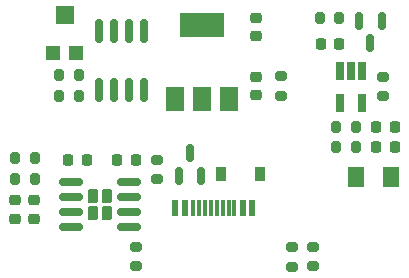
<source format=gtp>
%TF.GenerationSoftware,KiCad,Pcbnew,7.0.6*%
%TF.CreationDate,2023-09-04T14:52:52+12:00*%
%TF.ProjectId,GBA_lipo,4742415f-6c69-4706-9f2e-6b696361645f,rev?*%
%TF.SameCoordinates,Original*%
%TF.FileFunction,Paste,Top*%
%TF.FilePolarity,Positive*%
%FSLAX46Y46*%
G04 Gerber Fmt 4.6, Leading zero omitted, Abs format (unit mm)*
G04 Created by KiCad (PCBNEW 7.0.6) date 2023-09-04 14:52:52*
%MOMM*%
%LPD*%
G01*
G04 APERTURE LIST*
G04 Aperture macros list*
%AMRoundRect*
0 Rectangle with rounded corners*
0 $1 Rounding radius*
0 $2 $3 $4 $5 $6 $7 $8 $9 X,Y pos of 4 corners*
0 Add a 4 corners polygon primitive as box body*
4,1,4,$2,$3,$4,$5,$6,$7,$8,$9,$2,$3,0*
0 Add four circle primitives for the rounded corners*
1,1,$1+$1,$2,$3*
1,1,$1+$1,$4,$5*
1,1,$1+$1,$6,$7*
1,1,$1+$1,$8,$9*
0 Add four rect primitives between the rounded corners*
20,1,$1+$1,$2,$3,$4,$5,0*
20,1,$1+$1,$4,$5,$6,$7,0*
20,1,$1+$1,$6,$7,$8,$9,0*
20,1,$1+$1,$8,$9,$2,$3,0*%
G04 Aperture macros list end*
%ADD10RoundRect,0.200000X0.275000X-0.200000X0.275000X0.200000X-0.275000X0.200000X-0.275000X-0.200000X0*%
%ADD11RoundRect,0.250001X-0.462499X-0.624999X0.462499X-0.624999X0.462499X0.624999X-0.462499X0.624999X0*%
%ADD12R,0.600000X1.450000*%
%ADD13R,0.300000X1.450000*%
%ADD14RoundRect,0.200000X0.200000X0.275000X-0.200000X0.275000X-0.200000X-0.275000X0.200000X-0.275000X0*%
%ADD15RoundRect,0.200000X-0.275000X0.200000X-0.275000X-0.200000X0.275000X-0.200000X0.275000X0.200000X0*%
%ADD16RoundRect,0.225000X-0.225000X-0.250000X0.225000X-0.250000X0.225000X0.250000X-0.225000X0.250000X0*%
%ADD17RoundRect,0.218750X-0.256250X0.218750X-0.256250X-0.218750X0.256250X-0.218750X0.256250X0.218750X0*%
%ADD18R,1.500000X2.000000*%
%ADD19R,3.800000X2.000000*%
%ADD20R,0.900000X1.200000*%
%ADD21RoundRect,0.200000X-0.200000X-0.275000X0.200000X-0.275000X0.200000X0.275000X-0.200000X0.275000X0*%
%ADD22R,1.200000X1.200000*%
%ADD23R,1.600000X1.500000*%
%ADD24R,0.650000X1.560000*%
%ADD25RoundRect,0.150000X-0.150000X0.587500X-0.150000X-0.587500X0.150000X-0.587500X0.150000X0.587500X0*%
%ADD26RoundRect,0.225000X0.225000X0.250000X-0.225000X0.250000X-0.225000X-0.250000X0.225000X-0.250000X0*%
%ADD27RoundRect,0.230000X0.230000X0.375000X-0.230000X0.375000X-0.230000X-0.375000X0.230000X-0.375000X0*%
%ADD28RoundRect,0.150000X0.825000X0.150000X-0.825000X0.150000X-0.825000X-0.150000X0.825000X-0.150000X0*%
%ADD29RoundRect,0.225000X0.250000X-0.225000X0.250000X0.225000X-0.250000X0.225000X-0.250000X-0.225000X0*%
%ADD30RoundRect,0.150000X0.150000X-0.587500X0.150000X0.587500X-0.150000X0.587500X-0.150000X-0.587500X0*%
%ADD31RoundRect,0.225000X-0.250000X0.225000X-0.250000X-0.225000X0.250000X-0.225000X0.250000X0.225000X0*%
%ADD32RoundRect,0.150000X-0.150000X0.825000X-0.150000X-0.825000X0.150000X-0.825000X0.150000X0.825000X0*%
G04 APERTURE END LIST*
D10*
X105700000Y-125125000D03*
X105700000Y-123475000D03*
D11*
X114987500Y-132000000D03*
X112012500Y-132000000D03*
D12*
X96750000Y-134645000D03*
X97550000Y-134645000D03*
D13*
X98750000Y-134645000D03*
X99750000Y-134645000D03*
X100250000Y-134645000D03*
X101250000Y-134645000D03*
D12*
X102450000Y-134645000D03*
X103250000Y-134645000D03*
X103250000Y-134645000D03*
X102450000Y-134645000D03*
D13*
X101750000Y-134645000D03*
X100750000Y-134645000D03*
X99250000Y-134645000D03*
X98250000Y-134645000D03*
D12*
X97550000Y-134645000D03*
X96750000Y-134645000D03*
D14*
X88565000Y-123340000D03*
X86915000Y-123340000D03*
D15*
X93400000Y-137915000D03*
X93400000Y-139565000D03*
D16*
X87698000Y-130540000D03*
X89248000Y-130540000D03*
D17*
X83200000Y-133940000D03*
X83200000Y-135515000D03*
D18*
X96700000Y-125415000D03*
X99000000Y-125415000D03*
D19*
X99000000Y-119115000D03*
D18*
X101300000Y-125415000D03*
D20*
X103900000Y-131740000D03*
X100600000Y-131740000D03*
D21*
X83175000Y-132187000D03*
X84825000Y-132187000D03*
D22*
X86365000Y-121540000D03*
D23*
X87365000Y-118290000D03*
D22*
X88365000Y-121540000D03*
D24*
X112550000Y-123015000D03*
X111600000Y-123015000D03*
X110650000Y-123015000D03*
X110650000Y-125715000D03*
X112550000Y-125715000D03*
D16*
X113750000Y-127740000D03*
X115300000Y-127740000D03*
D17*
X84800000Y-133940000D03*
X84800000Y-135515000D03*
D25*
X114200000Y-118802500D03*
X112300000Y-118802500D03*
X113250000Y-120677500D03*
D26*
X93375000Y-130540000D03*
X91825000Y-130540000D03*
D16*
X109050000Y-120740000D03*
X110600000Y-120740000D03*
D27*
X89800000Y-133590000D03*
X89800000Y-135090000D03*
X90940000Y-133590000D03*
X90940000Y-135090000D03*
D28*
X92845000Y-136245000D03*
X92845000Y-134975000D03*
X92845000Y-133705000D03*
X92845000Y-132435000D03*
X87895000Y-132435000D03*
X87895000Y-133705000D03*
X87895000Y-134975000D03*
X87895000Y-136245000D03*
D15*
X95200000Y-130540000D03*
X95200000Y-132190000D03*
D21*
X83175000Y-130409000D03*
X84825000Y-130409000D03*
X110375000Y-129465000D03*
X112025000Y-129465000D03*
D15*
X108400000Y-137915000D03*
X108400000Y-139565000D03*
X106600000Y-137940000D03*
X106600000Y-139590000D03*
D21*
X86915000Y-125140000D03*
X88565000Y-125140000D03*
X110375000Y-127740000D03*
X112025000Y-127740000D03*
D29*
X103600000Y-123525000D03*
X103600000Y-125075000D03*
D30*
X97050000Y-131877500D03*
X98950000Y-131877500D03*
X98000000Y-130002500D03*
D31*
X103600000Y-118515000D03*
X103600000Y-120065000D03*
D26*
X115300000Y-129465000D03*
X113750000Y-129465000D03*
D10*
X114300000Y-125165000D03*
X114300000Y-123515000D03*
D21*
X108950000Y-118565000D03*
X110600000Y-118565000D03*
D32*
X94070000Y-119665000D03*
X92800000Y-119665000D03*
X91530000Y-119665000D03*
X90260000Y-119665000D03*
X90260000Y-124615000D03*
X91530000Y-124615000D03*
X92800000Y-124615000D03*
X94070000Y-124615000D03*
M02*

</source>
